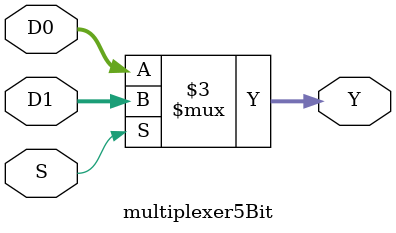
<source format=v>
`timescale 1ns / 1ps
module multiplexer5Bit(D0, D1, S, Y);
    input wire [4:0] D0, D1;
    input wire S;
    output reg [4:0] Y;
    
    always @(D0 or D1 or S)
    begin
    if(S)
        Y = D1;
    else
        Y = D0;    
    end
endmodule

</source>
